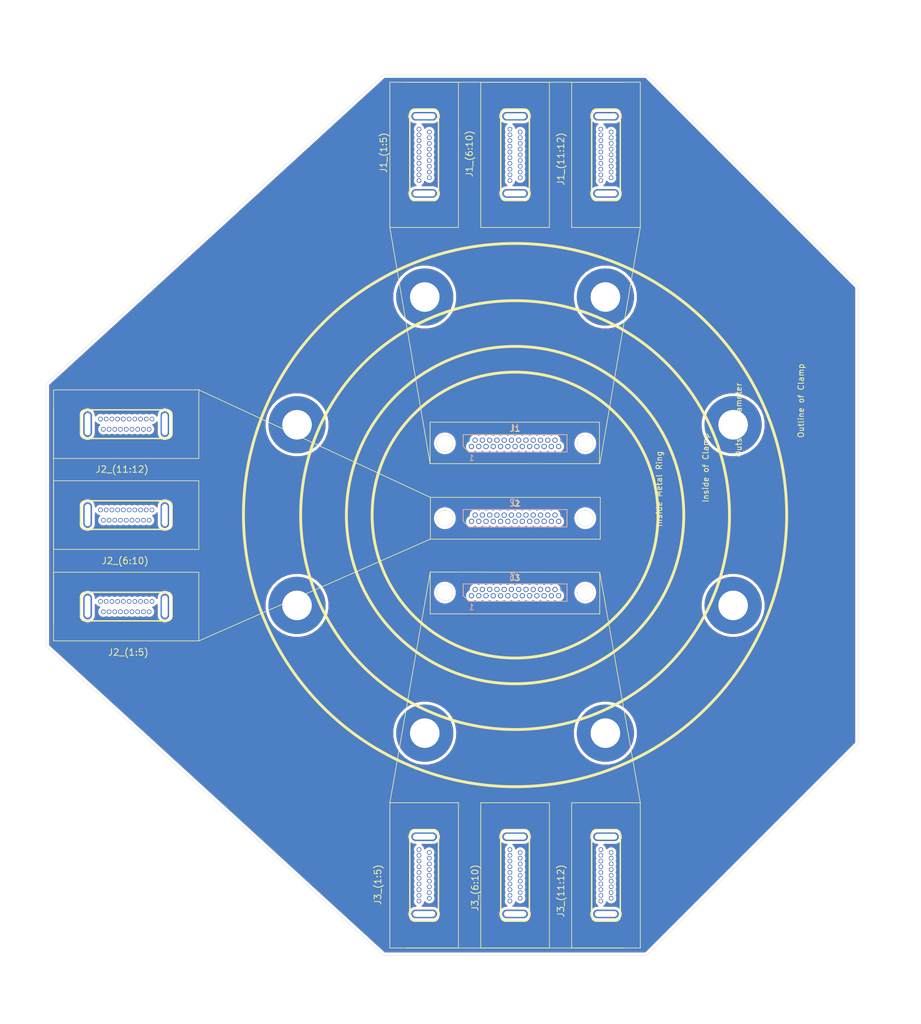
<source format=kicad_pcb>
(kicad_pcb (version 20171130) (host pcbnew "(5.1.9)-1")
  (layers (0 F.Cu signal hide) (1 In1.Cu signal) (2 In2.Cu signal) (31 B.Cu signal) (34 B.Paste user) (35 F.Paste user) (36 B.SilkS user) (37 F.SilkS user) (38 B.Mask user) (39 F.Mask user) (44 Edge.Cuts user))
  (net 0 "")
  (net 1 "Net-(J1-Pad19)")
  (net 2 "Net-(J1-Pad18)")
  (net 3 "Net-(J1-Pad17)")
  (net 4 "Net-(J1-Pad16)")
  (net 5 "Net-(J1-Pad15)")
  (net 6 "Net-(J1-Pad14)")
  (net 7 "Net-(J1-Pad13)")
  (net 8 "Net-(J1-Pad12)")
  (net 9 "Net-(J1-Pad11)")
  (net 10 "Net-(J1-Pad10)")
  (net 11 "Net-(J1-Pad9)")
  (net 12 "Net-(J1-Pad8)")
  (net 13 "Net-(J1-Pad7)")
  (net 14 "Net-(J1-Pad6)")
  (net 15 "Net-(J1-Pad5)")
  (net 16 "Net-(J1-Pad4)")
  (net 17 "Net-(J1-Pad3)")
  (net 18 "Net-(J1-Pad2)")
  (net 19 "Net-(J1-Pad1)")
  (net 20 "Net-(J2-Pad1)")
  (net 21 "Net-(J2-Pad2)")
  (net 22 "Net-(J2-Pad3)")
  (net 23 "Net-(J2-Pad4)")
  (net 24 "Net-(J2-Pad5)")
  (net 25 "Net-(J2-Pad6)")
  (net 26 "Net-(J2-Pad7)")
  (net 27 "Net-(J2-Pad8)")
  (net 28 "Net-(J2-Pad9)")
  (net 29 "Net-(J2-Pad10)")
  (net 30 "Net-(J2-Pad11)")
  (net 31 "Net-(J2-Pad12)")
  (net 32 "Net-(J2-Pad13)")
  (net 33 "Net-(J2-Pad14)")
  (net 34 "Net-(J2-Pad15)")
  (net 35 "Net-(J2-Pad16)")
  (net 36 "Net-(J2-Pad17)")
  (net 37 "Net-(J2-Pad18)")
  (net 38 "Net-(J2-Pad19)")
  (net 39 "Net-(J3-Pad1)")
  (net 40 "Net-(J3-Pad2)")
  (net 41 "Net-(J3-Pad3)")
  (net 42 "Net-(J3-Pad4)")
  (net 43 "Net-(J3-Pad5)")
  (net 44 "Net-(J3-Pad6)")
  (net 45 "Net-(J3-Pad7)")
  (net 46 "Net-(J3-Pad8)")
  (net 47 "Net-(J3-Pad9)")
  (net 48 "Net-(J3-Pad10)")
  (net 49 "Net-(J3-Pad11)")
  (net 50 "Net-(J3-Pad12)")
  (net 51 "Net-(J3-Pad13)")
  (net 52 "Net-(J3-Pad14)")
  (net 53 "Net-(J3-Pad15)")
  (net 54 "Net-(J3-Pad16)")
  (net 55 "Net-(J3-Pad17)")
  (net 56 "Net-(J3-Pad18)")
  (net 57 "Net-(J3-Pad19)")
  (net 58 "Net-(J4-Pad13)")
  (net 59 "Net-(J5-Pad1)")
  (net 60 "Net-(J5-Pad2)")
  (net 61 "Net-(J5-Pad3)")
  (net 62 "Net-(J5-Pad4)")
  (net 63 "Net-(J5-Pad5)")
  (net 64 "Net-(J5-Pad6)")
  (net 65 "Net-(J5-Pad7)")
  (net 66 "Net-(J5-Pad8)")
  (net 67 "Net-(J5-Pad9)")
  (net 68 "Net-(J5-Pad10)")
  (net 69 "Net-(J5-Pad11)")
  (net 70 "Net-(J5-Pad12)")
  (net 71 "Net-(J5-Pad13)")
  (net 72 "Net-(J5-Pad14)")
  (net 73 "Net-(J5-Pad15)")
  (net 74 "Net-(J5-Pad16)")
  (net 75 "Net-(J5-Pad17)")
  (net 76 "Net-(J5-Pad18)")
  (net 77 "Net-(J5-Pad19)")
  (net 78 "Net-(J6-Pad19)")
  (net 79 "Net-(J6-Pad18)")
  (net 80 "Net-(J6-Pad17)")
  (net 81 "Net-(J6-Pad16)")
  (net 82 "Net-(J6-Pad15)")
  (net 83 "Net-(J6-Pad14)")
  (net 84 "Net-(J6-Pad13)")
  (net 85 "Net-(J6-Pad12)")
  (net 86 "Net-(J6-Pad11)")
  (net 87 "Net-(J6-Pad10)")
  (net 88 "Net-(J6-Pad9)")
  (net 89 "Net-(J6-Pad8)")
  (net 90 "Net-(J6-Pad7)")
  (net 91 "Net-(J6-Pad6)")
  (net 92 "Net-(J6-Pad5)")
  (net 93 "Net-(J6-Pad4)")
  (net 94 "Net-(J6-Pad3)")
  (net 95 "Net-(J6-Pad2)")
  (net 96 "Net-(J6-Pad1)")
  (net 97 "Net-(J7-Pad19)")
  (net 98 "Net-(J7-Pad18)")
  (net 99 "Net-(J7-Pad17)")
  (net 100 "Net-(J7-Pad16)")
  (net 101 "Net-(J7-Pad15)")
  (net 102 "Net-(J7-Pad14)")
  (net 103 "Net-(J7-Pad13)")
  (net 104 "Net-(J7-Pad12)")
  (net 105 "Net-(J7-Pad11)")
  (net 106 "Net-(J7-Pad10)")
  (net 107 "Net-(J7-Pad9)")
  (net 108 "Net-(J7-Pad8)")
  (net 109 "Net-(J7-Pad7)")
  (net 110 "Net-(J7-Pad6)")
  (net 111 "Net-(J7-Pad5)")
  (net 112 "Net-(J7-Pad4)")
  (net 113 "Net-(J7-Pad3)")
  (net 114 "Net-(J7-Pad2)")
  (net 115 "Net-(J7-Pad1)")
  (net 116 "Net-(J8-Pad13)")
  (net 117 "Net-(J12-Pad23)")
  (net 118 "Net-(J9-Pad18)")
  (net 119 "Net-(J9-Pad17)")
  (net 120 "Net-(J9-Pad16)")
  (net 121 "Net-(J9-Pad15)")
  (net 122 "Net-(J12-Pad10)")
  (net 123 "Net-(J9-Pad13)")
  (net 124 "Net-(J12-Pad22)")
  (net 125 "Net-(J9-Pad11)")
  (net 126 "Net-(J12-Pad9)")
  (net 127 "Net-(J12-Pad21)")
  (net 128 "Net-(J9-Pad8)")
  (net 129 "Net-(J12-Pad8)")
  (net 130 "Net-(J12-Pad20)")
  (net 131 "Net-(J9-Pad5)")
  (net 132 "Net-(J12-Pad7)")
  (net 133 "Net-(J12-Pad19)")
  (net 134 "Net-(J9-Pad2)")
  (net 135 "Net-(J12-Pad6)")
  (net 136 "Net-(J10-Pad1)")
  (net 137 "Net-(J10-Pad2)")
  (net 138 "Net-(J10-Pad3)")
  (net 139 "Net-(J10-Pad4)")
  (net 140 "Net-(J10-Pad5)")
  (net 141 "Net-(J10-Pad6)")
  (net 142 "Net-(J10-Pad7)")
  (net 143 "Net-(J10-Pad8)")
  (net 144 "Net-(J10-Pad9)")
  (net 145 "Net-(J10-Pad10)")
  (net 146 "Net-(J10-Pad11)")
  (net 147 "Net-(J10-Pad12)")
  (net 148 "Net-(J10-Pad13)")
  (net 149 "Net-(J10-Pad14)")
  (net 150 "Net-(J10-Pad15)")
  (net 151 "Net-(J10-Pad16)")
  (net 152 "Net-(J10-Pad17)")
  (net 153 "Net-(J10-Pad18)")
  (net 154 "Net-(J10-Pad19)")
  (net 155 "Net-(J11-Pad1)")
  (net 156 "Net-(J11-Pad2)")
  (net 157 "Net-(J11-Pad3)")
  (net 158 "Net-(J11-Pad4)")
  (net 159 "Net-(J11-Pad5)")
  (net 160 "Net-(J11-Pad6)")
  (net 161 "Net-(J11-Pad7)")
  (net 162 "Net-(J11-Pad8)")
  (net 163 "Net-(J11-Pad9)")
  (net 164 "Net-(J11-Pad10)")
  (net 165 "Net-(J11-Pad11)")
  (net 166 "Net-(J11-Pad12)")
  (net 167 "Net-(J11-Pad13)")
  (net 168 "Net-(J11-Pad14)")
  (net 169 "Net-(J11-Pad15)")
  (net 170 "Net-(J11-Pad16)")
  (net 171 "Net-(J11-Pad17)")
  (net 172 "Net-(J11-Pad18)")
  (net 173 "Net-(J11-Pad19)")
  (net 174 "Net-(J12-Pad13)")
  (net 175 "Net-(J13-Pad1)")
  (module Connector:KF50_Print (layer F.Cu) (at 0 0)
    (fp_text reference J2 (at 0 -2) (layer F.SilkS))
    (fp_text value Conn_01x08)
    (fp_text user "Inside Metal Ring" (at 25.2 -4.57 90) (layer F.SilkS))
    (fp_text user "Outside Diameter" (at 39.11 -16.65 90) (layer F.SilkS))
    (fp_text user "Inside of Clamp" (at 33.34 -8.28 90) (layer F.SilkS))
    (fp_text user "Outline of Clamp" (at 50 -20 90) (layer F.SilkS))
    (pad 1 thru_hole circle (at 15.795259 38.133128 45) (size 10 10) (drill 5.17) (layers *.Cu *.Mask) (net 175 "Net-(J13-Pad1)"))
    (pad 2 thru_hole circle (at 38.133128 15.795259 45) (size 10 10) (drill 5.17) (layers *.Cu *.Mask) (net 175 "Net-(J13-Pad1)"))
    (pad 3 thru_hole circle (at 38.133128 -15.795259 45) (size 10 10) (drill 5.17) (layers *.Cu *.Mask) (net 175 "Net-(J13-Pad1)"))
    (pad 4 thru_hole circle (at 15.795259 -38.133128 45) (size 10 10) (drill 5.17) (layers *.Cu *.Mask) (net 175 "Net-(J13-Pad1)"))
    (pad 5 thru_hole circle (at -15.795259 -38.133128 45) (size 10 10) (drill 5.17) (layers *.Cu *.Mask) (net 175 "Net-(J13-Pad1)"))
    (pad 6 thru_hole circle (at -38.133128 -15.795259 45) (size 10 10) (drill 5.17) (layers *.Cu *.Mask) (net 175 "Net-(J13-Pad1)"))
    (pad 7 thru_hole circle (at -38.133128 15.795259 45) (size 10 10) (drill 5.17) (layers *.Cu *.Mask) (net 175 "Net-(J13-Pad1)"))
    (pad 8 thru_hole circle (at -15.795259 38.133128 45) (size 10 10) (drill 5.17) (layers *.Cu *.Mask) (net 175 "Net-(J13-Pad1)"))
  )
  (module Connector:HDMI-Vertical-Male-JLBPCB (layer F.Cu) (at 0 -63 270)
    (fp_text reference "J1_(6:10)" (at 4 8 90) (layer F.SilkS) (effects (font (size 1.143 1.143) (thickness 0.152)) (justify left)))
    (fp_text value HDMI_A_1.4 hide)
    (pad 0 thru_hole oval (at -6.75 0 270) (size 1.5 4.5) (drill oval 1 3.9) (layers *.Cu *.Mask))
    (pad 0 thru_hole oval (at 6.75 0 270) (size 1.5 4.5) (drill oval 1 3.9) (layers *.Cu *.Mask))
    (pad 19 thru_hole circle (at -4.5 0.9 270) (size 0.8 0.8) (drill 0.55) (layers *.Cu *.Mask) (net 1 "Net-(J1-Pad19)"))
    (pad 18 thru_hole circle (at -4 -0.9 270) (size 0.8 0.8) (drill 0.55) (layers *.Cu *.Mask) (net 2 "Net-(J1-Pad18)"))
    (pad 17 thru_hole circle (at -3.5 0.9 270) (size 0.8 0.8) (drill 0.55) (layers *.Cu *.Mask) (net 3 "Net-(J1-Pad17)"))
    (pad 16 thru_hole circle (at -3 -0.9 270) (size 0.8 0.8) (drill 0.55) (layers *.Cu *.Mask) (net 4 "Net-(J1-Pad16)"))
    (pad 15 thru_hole circle (at -2.5 0.9 270) (size 0.8 0.8) (drill 0.55) (layers *.Cu *.Mask) (net 5 "Net-(J1-Pad15)"))
    (pad 14 thru_hole circle (at -2 -0.9 270) (size 0.8 0.8) (drill 0.55) (layers *.Cu *.Mask) (net 6 "Net-(J1-Pad14)"))
    (pad 13 thru_hole circle (at -1.5 0.9 270) (size 0.8 0.8) (drill 0.55) (layers *.Cu *.Mask) (net 7 "Net-(J1-Pad13)"))
    (pad 12 thru_hole circle (at -1 -0.9 270) (size 0.8 0.8) (drill 0.55) (layers *.Cu *.Mask) (net 8 "Net-(J1-Pad12)"))
    (pad 11 thru_hole circle (at -0.5 0.9 270) (size 0.8 0.8) (drill 0.55) (layers *.Cu *.Mask) (net 9 "Net-(J1-Pad11)"))
    (pad 10 thru_hole circle (at 0 -0.9 270) (size 0.8 0.8) (drill 0.55) (layers *.Cu *.Mask) (net 10 "Net-(J1-Pad10)"))
    (pad 9 thru_hole circle (at 0.5 0.9 270) (size 0.8 0.8) (drill 0.55) (layers *.Cu *.Mask) (net 11 "Net-(J1-Pad9)"))
    (pad 8 thru_hole circle (at 1 -0.9 270) (size 0.8 0.8) (drill 0.55) (layers *.Cu *.Mask) (net 12 "Net-(J1-Pad8)"))
    (pad 7 thru_hole circle (at 1.5 0.9 270) (size 0.8 0.8) (drill 0.55) (layers *.Cu *.Mask) (net 13 "Net-(J1-Pad7)"))
    (pad 6 thru_hole circle (at 2 -0.9 270) (size 0.8 0.8) (drill 0.55) (layers *.Cu *.Mask) (net 14 "Net-(J1-Pad6)"))
    (pad 5 thru_hole circle (at 2.5 0.9 270) (size 0.8 0.8) (drill 0.55) (layers *.Cu *.Mask) (net 15 "Net-(J1-Pad5)"))
    (pad 4 thru_hole circle (at 3 -0.9 270) (size 0.8 0.8) (drill 0.55) (layers *.Cu *.Mask) (net 16 "Net-(J1-Pad4)"))
    (pad 3 thru_hole circle (at 3.5 0.9 270) (size 0.8 0.8) (drill 0.55) (layers *.Cu *.Mask) (net 17 "Net-(J1-Pad3)"))
    (pad 2 thru_hole circle (at 4 -0.9 270) (size 0.8 0.8) (drill 0.55) (layers *.Cu *.Mask) (net 18 "Net-(J1-Pad2)"))
    (pad 1 thru_hole circle (at 4.5 0.9 270) (size 0.8 0.8) (drill 0.55) (layers *.Cu *.Mask) (net 19 "Net-(J1-Pad1)"))
  )
  (module Connector:Norcomp-380-025-113L001-microd_NoLeads (layer B.Cu) (at 0 -12.55)
    (fp_text reference J1 (at 0 -2.71) (layer B.SilkS) (effects (font (size 1.2 1.2)) (justify mirror)))
    (fp_text value DB25_Male)
    (fp_text user J1 (at 0 -2.55) (layer F.SilkS))
    (fp_text user 1 (at -7.62 2.54) (layer B.SilkS) (effects (justify mirror)))
    (pad 27 thru_hole oval (at -12.275 0) (size 2.81 2.81) (drill 2.81) (layers *.Cu *.Mask))
    (pad 26 thru_hole oval (at 12.275 0) (size 2.81 2.81) (drill 2.81) (layers *.Cu *.Mask))
    (pad 13 thru_hole oval (at 7.62 0.55) (size 0.92 0.92) (drill 0.61) (layers *.Cu *.Mask) (net 58 "Net-(J4-Pad13)"))
    (pad 25 thru_hole oval (at 6.985 -0.55) (size 0.92 0.92) (drill 0.61) (layers *.Cu *.Mask) (net 44 "Net-(J3-Pad6)"))
    (pad 12 thru_hole oval (at 6.35 0.55) (size 0.92 0.92) (drill 0.61) (layers *.Cu *.Mask) (net 42 "Net-(J3-Pad4)"))
    (pad 24 thru_hole oval (at 5.715 -0.55) (size 0.92 0.92) (drill 0.61) (layers *.Cu *.Mask) (net 41 "Net-(J3-Pad3)"))
    (pad 11 thru_hole oval (at 5.08 0.55) (size 0.92 0.92) (drill 0.61) (layers *.Cu *.Mask) (net 39 "Net-(J3-Pad1)"))
    (pad 23 thru_hole oval (at 4.445 -0.55) (size 0.92 0.92) (drill 0.61) (layers *.Cu *.Mask) (net 1 "Net-(J1-Pad19)"))
    (pad 10 thru_hole oval (at 3.81 0.55) (size 0.92 0.92) (drill 0.61) (layers *.Cu *.Mask) (net 6 "Net-(J1-Pad14)"))
    (pad 22 thru_hole oval (at 3.175 -0.55) (size 0.92 0.92) (drill 0.61) (layers *.Cu *.Mask) (net 8 "Net-(J1-Pad12)"))
    (pad 9 thru_hole oval (at 2.54 0.55) (size 0.92 0.92) (drill 0.61) (layers *.Cu *.Mask) (net 10 "Net-(J1-Pad10)"))
    (pad 21 thru_hole oval (at 1.905 -0.55) (size 0.92 0.92) (drill 0.61) (layers *.Cu *.Mask) (net 11 "Net-(J1-Pad9)"))
    (pad 8 thru_hole oval (at 1.27 0.55) (size 0.92 0.92) (drill 0.61) (layers *.Cu *.Mask) (net 13 "Net-(J1-Pad7)"))
    (pad 20 thru_hole oval (at 0.635 -0.55) (size 0.92 0.92) (drill 0.61) (layers *.Cu *.Mask) (net 14 "Net-(J1-Pad6)"))
    (pad 7 thru_hole oval (at 0 0.55) (size 0.92 0.92) (drill 0.61) (layers *.Cu *.Mask) (net 16 "Net-(J1-Pad4)"))
    (pad 19 thru_hole oval (at -0.635 -0.55) (size 0.92 0.92) (drill 0.61) (layers *.Cu *.Mask) (net 17 "Net-(J1-Pad3)"))
    (pad 6 thru_hole oval (at -1.27 0.55) (size 0.92 0.92) (drill 0.61) (layers *.Cu *.Mask) (net 19 "Net-(J1-Pad1)"))
    (pad 18 thru_hole oval (at -1.905 -0.55) (size 0.92 0.92) (drill 0.61) (layers *.Cu *.Mask) (net 38 "Net-(J2-Pad19)"))
    (pad 5 thru_hole oval (at -2.54 0.55) (size 0.92 0.92) (drill 0.61) (layers *.Cu *.Mask) (net 33 "Net-(J2-Pad14)"))
    (pad 17 thru_hole oval (at -3.175 -0.55) (size 0.92 0.92) (drill 0.61) (layers *.Cu *.Mask) (net 31 "Net-(J2-Pad12)"))
    (pad 4 thru_hole oval (at -3.81 0.55) (size 0.92 0.92) (drill 0.61) (layers *.Cu *.Mask) (net 29 "Net-(J2-Pad10)"))
    (pad 16 thru_hole oval (at -4.445 -0.55) (size 0.92 0.92) (drill 0.61) (layers *.Cu *.Mask) (net 28 "Net-(J2-Pad9)"))
    (pad 3 thru_hole oval (at -5.08 0.55) (size 0.92 0.92) (drill 0.61) (layers *.Cu *.Mask) (net 26 "Net-(J2-Pad7)"))
    (pad 15 thru_hole oval (at -5.715 -0.55) (size 0.92 0.92) (drill 0.61) (layers *.Cu *.Mask) (net 25 "Net-(J2-Pad6)"))
    (pad 2 thru_hole oval (at -6.35 0.55) (size 0.92 0.92) (drill 0.61) (layers *.Cu *.Mask) (net 23 "Net-(J2-Pad4)"))
    (pad 14 thru_hole oval (at -6.985 -0.55) (size 0.92 0.92) (drill 0.61) (layers *.Cu *.Mask) (net 22 "Net-(J2-Pad3)"))
    (pad 1 thru_hole oval (at -7.62 0.55) (size 0.92 0.92) (drill 0.61) (layers *.Cu *.Mask) (net 20 "Net-(J2-Pad1)"))
  )
  (module Connector:HDMI-Vertical-Male-JLBPCB (layer F.Cu) (at 0 63 270)
    (fp_text reference "J3_(6:10)" (at -2 7 90) (layer F.SilkS) (effects (font (size 1.143 1.143) (thickness 0.152)) (justify right)))
    (fp_text value HDMI_A_1.4 hide)
    (pad 0 thru_hole oval (at -6.75 0 270) (size 1.5 4.5) (drill oval 1 3.9) (layers *.Cu *.Mask))
    (pad 0 thru_hole oval (at 6.75 0 270) (size 1.5 4.5) (drill oval 1 3.9) (layers *.Cu *.Mask))
    (pad 19 thru_hole circle (at -4.5 0.9 270) (size 0.8 0.8) (drill 0.55) (layers *.Cu *.Mask) (net 117 "Net-(J12-Pad23)"))
    (pad 18 thru_hole circle (at -4 -0.9 270) (size 0.8 0.8) (drill 0.55) (layers *.Cu *.Mask) (net 118 "Net-(J9-Pad18)"))
    (pad 17 thru_hole circle (at -3.5 0.9 270) (size 0.8 0.8) (drill 0.55) (layers *.Cu *.Mask) (net 119 "Net-(J9-Pad17)"))
    (pad 16 thru_hole circle (at -3 -0.9 270) (size 0.8 0.8) (drill 0.55) (layers *.Cu *.Mask) (net 120 "Net-(J9-Pad16)"))
    (pad 15 thru_hole circle (at -2.5 0.9 270) (size 0.8 0.8) (drill 0.55) (layers *.Cu *.Mask) (net 121 "Net-(J9-Pad15)"))
    (pad 14 thru_hole circle (at -2 -0.9 270) (size 0.8 0.8) (drill 0.55) (layers *.Cu *.Mask) (net 122 "Net-(J12-Pad10)"))
    (pad 13 thru_hole circle (at -1.5 0.9 270) (size 0.8 0.8) (drill 0.55) (layers *.Cu *.Mask) (net 123 "Net-(J9-Pad13)"))
    (pad 12 thru_hole circle (at -1 -0.9 270) (size 0.8 0.8) (drill 0.55) (layers *.Cu *.Mask) (net 124 "Net-(J12-Pad22)"))
    (pad 11 thru_hole circle (at -0.5 0.9 270) (size 0.8 0.8) (drill 0.55) (layers *.Cu *.Mask) (net 125 "Net-(J9-Pad11)"))
    (pad 10 thru_hole circle (at 0 -0.9 270) (size 0.8 0.8) (drill 0.55) (layers *.Cu *.Mask) (net 126 "Net-(J12-Pad9)"))
    (pad 9 thru_hole circle (at 0.5 0.9 270) (size 0.8 0.8) (drill 0.55) (layers *.Cu *.Mask) (net 127 "Net-(J12-Pad21)"))
    (pad 8 thru_hole circle (at 1 -0.9 270) (size 0.8 0.8) (drill 0.55) (layers *.Cu *.Mask) (net 128 "Net-(J9-Pad8)"))
    (pad 7 thru_hole circle (at 1.5 0.9 270) (size 0.8 0.8) (drill 0.55) (layers *.Cu *.Mask) (net 129 "Net-(J12-Pad8)"))
    (pad 6 thru_hole circle (at 2 -0.9 270) (size 0.8 0.8) (drill 0.55) (layers *.Cu *.Mask) (net 130 "Net-(J12-Pad20)"))
    (pad 5 thru_hole circle (at 2.5 0.9 270) (size 0.8 0.8) (drill 0.55) (layers *.Cu *.Mask) (net 131 "Net-(J9-Pad5)"))
    (pad 4 thru_hole circle (at 3 -0.9 270) (size 0.8 0.8) (drill 0.55) (layers *.Cu *.Mask) (net 132 "Net-(J12-Pad7)"))
    (pad 3 thru_hole circle (at 3.5 0.9 270) (size 0.8 0.8) (drill 0.55) (layers *.Cu *.Mask) (net 133 "Net-(J12-Pad19)"))
    (pad 2 thru_hole circle (at 4 -0.9 270) (size 0.8 0.8) (drill 0.55) (layers *.Cu *.Mask) (net 134 "Net-(J9-Pad2)"))
    (pad 1 thru_hole circle (at 4.5 0.9 270) (size 0.8 0.8) (drill 0.55) (layers *.Cu *.Mask) (net 135 "Net-(J12-Pad6)"))
  )
  (module Connector:HDMI-Vertical-Male-JLBPCB (layer F.Cu) (at 15.9 63 270)
    (fp_text reference "J3_(11:12)" (at -2 7.9 90) (layer F.SilkS) (effects (font (size 1.143 1.143) (thickness 0.152)) (justify right)))
    (fp_text value HDMI_A_1.4 hide)
    (pad 0 thru_hole oval (at -6.75 0 270) (size 1.5 4.5) (drill oval 1 3.9) (layers *.Cu *.Mask))
    (pad 0 thru_hole oval (at 6.75 0 270) (size 1.5 4.5) (drill oval 1 3.9) (layers *.Cu *.Mask))
    (pad 19 thru_hole circle (at -4.5 0.9 270) (size 0.8 0.8) (drill 0.55) (layers *.Cu *.Mask) (net 173 "Net-(J11-Pad19)"))
    (pad 18 thru_hole circle (at -4 -0.9 270) (size 0.8 0.8) (drill 0.55) (layers *.Cu *.Mask) (net 172 "Net-(J11-Pad18)"))
    (pad 17 thru_hole circle (at -3.5 0.9 270) (size 0.8 0.8) (drill 0.55) (layers *.Cu *.Mask) (net 171 "Net-(J11-Pad17)"))
    (pad 16 thru_hole circle (at -3 -0.9 270) (size 0.8 0.8) (drill 0.55) (layers *.Cu *.Mask) (net 170 "Net-(J11-Pad16)"))
    (pad 15 thru_hole circle (at -2.5 0.9 270) (size 0.8 0.8) (drill 0.55) (layers *.Cu *.Mask) (net 169 "Net-(J11-Pad15)"))
    (pad 14 thru_hole circle (at -2 -0.9 270) (size 0.8 0.8) (drill 0.55) (layers *.Cu *.Mask) (net 168 "Net-(J11-Pad14)"))
    (pad 13 thru_hole circle (at -1.5 0.9 270) (size 0.8 0.8) (drill 0.55) (layers *.Cu *.Mask) (net 167 "Net-(J11-Pad13)"))
    (pad 12 thru_hole circle (at -1 -0.9 270) (size 0.8 0.8) (drill 0.55) (layers *.Cu *.Mask) (net 166 "Net-(J11-Pad12)"))
    (pad 11 thru_hole circle (at -0.5 0.9 270) (size 0.8 0.8) (drill 0.55) (layers *.Cu *.Mask) (net 165 "Net-(J11-Pad11)"))
    (pad 10 thru_hole circle (at 0 -0.9 270) (size 0.8 0.8) (drill 0.55) (layers *.Cu *.Mask) (net 164 "Net-(J11-Pad10)"))
    (pad 9 thru_hole circle (at 0.5 0.9 270) (size 0.8 0.8) (drill 0.55) (layers *.Cu *.Mask) (net 163 "Net-(J11-Pad9)"))
    (pad 8 thru_hole circle (at 1 -0.9 270) (size 0.8 0.8) (drill 0.55) (layers *.Cu *.Mask) (net 162 "Net-(J11-Pad8)"))
    (pad 7 thru_hole circle (at 1.5 0.9 270) (size 0.8 0.8) (drill 0.55) (layers *.Cu *.Mask) (net 161 "Net-(J11-Pad7)"))
    (pad 6 thru_hole circle (at 2 -0.9 270) (size 0.8 0.8) (drill 0.55) (layers *.Cu *.Mask) (net 160 "Net-(J11-Pad6)"))
    (pad 5 thru_hole circle (at 2.5 0.9 270) (size 0.8 0.8) (drill 0.55) (layers *.Cu *.Mask) (net 159 "Net-(J11-Pad5)"))
    (pad 4 thru_hole circle (at 3 -0.9 270) (size 0.8 0.8) (drill 0.55) (layers *.Cu *.Mask) (net 158 "Net-(J11-Pad4)"))
    (pad 3 thru_hole circle (at 3.5 0.9 270) (size 0.8 0.8) (drill 0.55) (layers *.Cu *.Mask) (net 157 "Net-(J11-Pad3)"))
    (pad 2 thru_hole circle (at 4 -0.9 270) (size 0.8 0.8) (drill 0.55) (layers *.Cu *.Mask) (net 156 "Net-(J11-Pad2)"))
    (pad 1 thru_hole circle (at 4.5 0.9 270) (size 0.8 0.8) (drill 0.55) (layers *.Cu *.Mask) (net 155 "Net-(J11-Pad1)"))
  )
  (module Connector:HDMI-Vertical-Male-JLBPCB (layer F.Cu) (at -15.9 -63 270)
    (fp_text reference "J1_(1:5)" (at -4 7.1 90) (layer F.SilkS) (effects (font (size 1.143 1.143) (thickness 0.152)) (justify right)))
    (fp_text value HDMI_A_1.4 hide)
    (pad 0 thru_hole oval (at -6.75 0 270) (size 1.5 4.5) (drill oval 1 3.9) (layers *.Cu *.Mask))
    (pad 0 thru_hole oval (at 6.75 0 270) (size 1.5 4.5) (drill oval 1 3.9) (layers *.Cu *.Mask))
    (pad 19 thru_hole circle (at -4.5 0.9 270) (size 0.8 0.8) (drill 0.55) (layers *.Cu *.Mask) (net 38 "Net-(J2-Pad19)"))
    (pad 18 thru_hole circle (at -4 -0.9 270) (size 0.8 0.8) (drill 0.55) (layers *.Cu *.Mask) (net 37 "Net-(J2-Pad18)"))
    (pad 17 thru_hole circle (at -3.5 0.9 270) (size 0.8 0.8) (drill 0.55) (layers *.Cu *.Mask) (net 36 "Net-(J2-Pad17)"))
    (pad 16 thru_hole circle (at -3 -0.9 270) (size 0.8 0.8) (drill 0.55) (layers *.Cu *.Mask) (net 35 "Net-(J2-Pad16)"))
    (pad 15 thru_hole circle (at -2.5 0.9 270) (size 0.8 0.8) (drill 0.55) (layers *.Cu *.Mask) (net 34 "Net-(J2-Pad15)"))
    (pad 14 thru_hole circle (at -2 -0.9 270) (size 0.8 0.8) (drill 0.55) (layers *.Cu *.Mask) (net 33 "Net-(J2-Pad14)"))
    (pad 13 thru_hole circle (at -1.5 0.9 270) (size 0.8 0.8) (drill 0.55) (layers *.Cu *.Mask) (net 32 "Net-(J2-Pad13)"))
    (pad 12 thru_hole circle (at -1 -0.9 270) (size 0.8 0.8) (drill 0.55) (layers *.Cu *.Mask) (net 31 "Net-(J2-Pad12)"))
    (pad 11 thru_hole circle (at -0.5 0.9 270) (size 0.8 0.8) (drill 0.55) (layers *.Cu *.Mask) (net 30 "Net-(J2-Pad11)"))
    (pad 10 thru_hole circle (at 0 -0.9 270) (size 0.8 0.8) (drill 0.55) (layers *.Cu *.Mask) (net 29 "Net-(J2-Pad10)"))
    (pad 9 thru_hole circle (at 0.5 0.9 270) (size 0.8 0.8) (drill 0.55) (layers *.Cu *.Mask) (net 28 "Net-(J2-Pad9)"))
    (pad 8 thru_hole circle (at 1 -0.9 270) (size 0.8 0.8) (drill 0.55) (layers *.Cu *.Mask) (net 27 "Net-(J2-Pad8)"))
    (pad 7 thru_hole circle (at 1.5 0.9 270) (size 0.8 0.8) (drill 0.55) (layers *.Cu *.Mask) (net 26 "Net-(J2-Pad7)"))
    (pad 6 thru_hole circle (at 2 -0.9 270) (size 0.8 0.8) (drill 0.55) (layers *.Cu *.Mask) (net 25 "Net-(J2-Pad6)"))
    (pad 5 thru_hole circle (at 2.5 0.9 270) (size 0.8 0.8) (drill 0.55) (layers *.Cu *.Mask) (net 24 "Net-(J2-Pad5)"))
    (pad 4 thru_hole circle (at 3 -0.9 270) (size 0.8 0.8) (drill 0.55) (layers *.Cu *.Mask) (net 23 "Net-(J2-Pad4)"))
    (pad 3 thru_hole circle (at 3.5 0.9 270) (size 0.8 0.8) (drill 0.55) (layers *.Cu *.Mask) (net 22 "Net-(J2-Pad3)"))
    (pad 2 thru_hole circle (at 4 -0.9 270) (size 0.8 0.8) (drill 0.55) (layers *.Cu *.Mask) (net 21 "Net-(J2-Pad2)"))
    (pad 1 thru_hole circle (at 4.5 0.9 270) (size 0.8 0.8) (drill 0.55) (layers *.Cu *.Mask) (net 20 "Net-(J2-Pad1)"))
  )
  (module Connector:HDMI-Vertical-Male-JLBPCB (layer F.Cu) (at 15.9 -63 270)
    (fp_text reference "J1_(11:12)" (at -4 7.9 90) (layer F.SilkS) (effects (font (size 1.143 1.143) (thickness 0.152)) (justify right)))
    (fp_text value HDMI_A_1.4 hide)
    (pad 0 thru_hole oval (at -6.75 0 270) (size 1.5 4.5) (drill oval 1 3.9) (layers *.Cu *.Mask))
    (pad 0 thru_hole oval (at 6.75 0 270) (size 1.5 4.5) (drill oval 1 3.9) (layers *.Cu *.Mask))
    (pad 19 thru_hole circle (at -4.5 0.9 270) (size 0.8 0.8) (drill 0.55) (layers *.Cu *.Mask) (net 57 "Net-(J3-Pad19)"))
    (pad 18 thru_hole circle (at -4 -0.9 270) (size 0.8 0.8) (drill 0.55) (layers *.Cu *.Mask) (net 56 "Net-(J3-Pad18)"))
    (pad 17 thru_hole circle (at -3.5 0.9 270) (size 0.8 0.8) (drill 0.55) (layers *.Cu *.Mask) (net 55 "Net-(J3-Pad17)"))
    (pad 16 thru_hole circle (at -3 -0.9 270) (size 0.8 0.8) (drill 0.55) (layers *.Cu *.Mask) (net 54 "Net-(J3-Pad16)"))
    (pad 15 thru_hole circle (at -2.5 0.9 270) (size 0.8 0.8) (drill 0.55) (layers *.Cu *.Mask) (net 53 "Net-(J3-Pad15)"))
    (pad 14 thru_hole circle (at -2 -0.9 270) (size 0.8 0.8) (drill 0.55) (layers *.Cu *.Mask) (net 52 "Net-(J3-Pad14)"))
    (pad 13 thru_hole circle (at -1.5 0.9 270) (size 0.8 0.8) (drill 0.55) (layers *.Cu *.Mask) (net 51 "Net-(J3-Pad13)"))
    (pad 12 thru_hole circle (at -1 -0.9 270) (size 0.8 0.8) (drill 0.55) (layers *.Cu *.Mask) (net 50 "Net-(J3-Pad12)"))
    (pad 11 thru_hole circle (at -0.5 0.9 270) (size 0.8 0.8) (drill 0.55) (layers *.Cu *.Mask) (net 49 "Net-(J3-Pad11)"))
    (pad 10 thru_hole circle (at 0 -0.9 270) (size 0.8 0.8) (drill 0.55) (layers *.Cu *.Mask) (net 48 "Net-(J3-Pad10)"))
    (pad 9 thru_hole circle (at 0.5 0.9 270) (size 0.8 0.8) (drill 0.55) (layers *.Cu *.Mask) (net 47 "Net-(J3-Pad9)"))
    (pad 8 thru_hole circle (at 1 -0.9 270) (size 0.8 0.8) (drill 0.55) (layers *.Cu *.Mask) (net 46 "Net-(J3-Pad8)"))
    (pad 7 thru_hole circle (at 1.5 0.9 270) (size 0.8 0.8) (drill 0.55) (layers *.Cu *.Mask) (net 45 "Net-(J3-Pad7)"))
    (pad 6 thru_hole circle (at 2 -0.9 270) (size 0.8 0.8) (drill 0.55) (layers *.Cu *.Mask) (net 44 "Net-(J3-Pad6)"))
    (pad 5 thru_hole circle (at 2.5 0.9 270) (size 0.8 0.8) (drill 0.55) (layers *.Cu *.Mask) (net 43 "Net-(J3-Pad5)"))
    (pad 4 thru_hole circle (at 3 -0.9 270) (size 0.8 0.8) (drill 0.55) (layers *.Cu *.Mask) (net 42 "Net-(J3-Pad4)"))
    (pad 3 thru_hole circle (at 3.5 0.9 270) (size 0.8 0.8) (drill 0.55) (layers *.Cu *.Mask) (net 41 "Net-(J3-Pad3)"))
    (pad 2 thru_hole circle (at 4 -0.9 270) (size 0.8 0.8) (drill 0.55) (layers *.Cu *.Mask) (net 40 "Net-(J3-Pad2)"))
    (pad 1 thru_hole circle (at 4.5 0.9 270) (size 0.8 0.8) (drill 0.55) (layers *.Cu *.Mask) (net 39 "Net-(J3-Pad1)"))
  )
  (module Connector:HDMI-Vertical-Male-JLBPCB (layer F.Cu) (at -68 0 180)
    (fp_text reference "J2_(6:10)" (at -4 -8) (layer F.SilkS) (effects (font (size 1.143 1.143) (thickness 0.152)) (justify right)))
    (fp_text value HDMI_A_1.4 hide)
    (pad 0 thru_hole oval (at -6.75 0 180) (size 1.5 4.5) (drill oval 1 3.9) (layers *.Cu *.Mask))
    (pad 0 thru_hole oval (at 6.75 0 180) (size 1.5 4.5) (drill oval 1 3.9) (layers *.Cu *.Mask))
    (pad 19 thru_hole circle (at -4.5 0.9 180) (size 0.8 0.8) (drill 0.55) (layers *.Cu *.Mask) (net 77 "Net-(J5-Pad19)"))
    (pad 18 thru_hole circle (at -4 -0.9 180) (size 0.8 0.8) (drill 0.55) (layers *.Cu *.Mask) (net 76 "Net-(J5-Pad18)"))
    (pad 17 thru_hole circle (at -3.5 0.9 180) (size 0.8 0.8) (drill 0.55) (layers *.Cu *.Mask) (net 75 "Net-(J5-Pad17)"))
    (pad 16 thru_hole circle (at -3 -0.9 180) (size 0.8 0.8) (drill 0.55) (layers *.Cu *.Mask) (net 74 "Net-(J5-Pad16)"))
    (pad 15 thru_hole circle (at -2.5 0.9 180) (size 0.8 0.8) (drill 0.55) (layers *.Cu *.Mask) (net 73 "Net-(J5-Pad15)"))
    (pad 14 thru_hole circle (at -2 -0.9 180) (size 0.8 0.8) (drill 0.55) (layers *.Cu *.Mask) (net 72 "Net-(J5-Pad14)"))
    (pad 13 thru_hole circle (at -1.5 0.9 180) (size 0.8 0.8) (drill 0.55) (layers *.Cu *.Mask) (net 71 "Net-(J5-Pad13)"))
    (pad 12 thru_hole circle (at -1 -0.9 180) (size 0.8 0.8) (drill 0.55) (layers *.Cu *.Mask) (net 70 "Net-(J5-Pad12)"))
    (pad 11 thru_hole circle (at -0.5 0.9 180) (size 0.8 0.8) (drill 0.55) (layers *.Cu *.Mask) (net 69 "Net-(J5-Pad11)"))
    (pad 10 thru_hole circle (at 0 -0.9 180) (size 0.8 0.8) (drill 0.55) (layers *.Cu *.Mask) (net 68 "Net-(J5-Pad10)"))
    (pad 9 thru_hole circle (at 0.5 0.9 180) (size 0.8 0.8) (drill 0.55) (layers *.Cu *.Mask) (net 67 "Net-(J5-Pad9)"))
    (pad 8 thru_hole circle (at 1 -0.9 180) (size 0.8 0.8) (drill 0.55) (layers *.Cu *.Mask) (net 66 "Net-(J5-Pad8)"))
    (pad 7 thru_hole circle (at 1.5 0.9 180) (size 0.8 0.8) (drill 0.55) (layers *.Cu *.Mask) (net 65 "Net-(J5-Pad7)"))
    (pad 6 thru_hole circle (at 2 -0.9 180) (size 0.8 0.8) (drill 0.55) (layers *.Cu *.Mask) (net 64 "Net-(J5-Pad6)"))
    (pad 5 thru_hole circle (at 2.5 0.9 180) (size 0.8 0.8) (drill 0.55) (layers *.Cu *.Mask) (net 63 "Net-(J5-Pad5)"))
    (pad 4 thru_hole circle (at 3 -0.9 180) (size 0.8 0.8) (drill 0.55) (layers *.Cu *.Mask) (net 62 "Net-(J5-Pad4)"))
    (pad 3 thru_hole circle (at 3.5 0.9 180) (size 0.8 0.8) (drill 0.55) (layers *.Cu *.Mask) (net 61 "Net-(J5-Pad3)"))
    (pad 2 thru_hole circle (at 4 -0.9 180) (size 0.8 0.8) (drill 0.55) (layers *.Cu *.Mask) (net 60 "Net-(J5-Pad2)"))
    (pad 1 thru_hole circle (at 4.5 0.9 180) (size 0.8 0.8) (drill 0.55) (layers *.Cu *.Mask) (net 59 "Net-(J5-Pad1)"))
  )
  (module Connector:HDMI-Vertical-Male-JLBPCB (layer F.Cu) (at -68 16 180)
    (fp_text reference "J2_(1:5)" (at -4 -8) (layer F.SilkS) (effects (font (size 1.143 1.143) (thickness 0.152)) (justify right)))
    (fp_text value HDMI_A_1.4 hide)
    (pad 0 thru_hole oval (at -6.75 0 180) (size 1.5 4.5) (drill oval 1 3.9) (layers *.Cu *.Mask))
    (pad 0 thru_hole oval (at 6.75 0 180) (size 1.5 4.5) (drill oval 1 3.9) (layers *.Cu *.Mask))
    (pad 19 thru_hole circle (at -4.5 0.9 180) (size 0.8 0.8) (drill 0.55) (layers *.Cu *.Mask) (net 78 "Net-(J6-Pad19)"))
    (pad 18 thru_hole circle (at -4 -0.9 180) (size 0.8 0.8) (drill 0.55) (layers *.Cu *.Mask) (net 79 "Net-(J6-Pad18)"))
    (pad 17 thru_hole circle (at -3.5 0.9 180) (size 0.8 0.8) (drill 0.55) (layers *.Cu *.Mask) (net 80 "Net-(J6-Pad17)"))
    (pad 16 thru_hole circle (at -3 -0.9 180) (size 0.8 0.8) (drill 0.55) (layers *.Cu *.Mask) (net 81 "Net-(J6-Pad16)"))
    (pad 15 thru_hole circle (at -2.5 0.9 180) (size 0.8 0.8) (drill 0.55) (layers *.Cu *.Mask) (net 82 "Net-(J6-Pad15)"))
    (pad 14 thru_hole circle (at -2 -0.9 180) (size 0.8 0.8) (drill 0.55) (layers *.Cu *.Mask) (net 83 "Net-(J6-Pad14)"))
    (pad 13 thru_hole circle (at -1.5 0.9 180) (size 0.8 0.8) (drill 0.55) (layers *.Cu *.Mask) (net 84 "Net-(J6-Pad13)"))
    (pad 12 thru_hole circle (at -1 -0.9 180) (size 0.8 0.8) (drill 0.55) (layers *.Cu *.Mask) (net 85 "Net-(J6-Pad12)"))
    (pad 11 thru_hole circle (at -0.5 0.9 180) (size 0.8 0.8) (drill 0.55) (layers *.Cu *.Mask) (net 86 "Net-(J6-Pad11)"))
    (pad 10 thru_hole circle (at 0 -0.9 180) (size 0.8 0.8) (drill 0.55) (layers *.Cu *.Mask) (net 87 "Net-(J6-Pad10)"))
    (pad 9 thru_hole circle (at 0.5 0.9 180) (size 0.8 0.8) (drill 0.55) (layers *.Cu *.Mask) (net 88 "Net-(J6-Pad9)"))
    (pad 8 thru_hole circle (at 1 -0.9 180) (size 0.8 0.8) (drill 0.55) (layers *.Cu *.Mask) (net 89 "Net-(J6-Pad8)"))
    (pad 7 thru_hole circle (at 1.5 0.9 180) (size 0.8 0.8) (drill 0.55) (layers *.Cu *.Mask) (net 90 "Net-(J6-Pad7)"))
    (pad 6 thru_hole circle (at 2 -0.9 180) (size 0.8 0.8) (drill 0.55) (layers *.Cu *.Mask) (net 91 "Net-(J6-Pad6)"))
    (pad 5 thru_hole circle (at 2.5 0.9 180) (size 0.8 0.8) (drill 0.55) (layers *.Cu *.Mask) (net 92 "Net-(J6-Pad5)"))
    (pad 4 thru_hole circle (at 3 -0.9 180) (size 0.8 0.8) (drill 0.55) (layers *.Cu *.Mask) (net 93 "Net-(J6-Pad4)"))
    (pad 3 thru_hole circle (at 3.5 0.9 180) (size 0.8 0.8) (drill 0.55) (layers *.Cu *.Mask) (net 94 "Net-(J6-Pad3)"))
    (pad 2 thru_hole circle (at 4 -0.9 180) (size 0.8 0.8) (drill 0.55) (layers *.Cu *.Mask) (net 95 "Net-(J6-Pad2)"))
    (pad 1 thru_hole circle (at 4.5 0.9 180) (size 0.8 0.8) (drill 0.55) (layers *.Cu *.Mask) (net 96 "Net-(J6-Pad1)"))
  )
  (module Connector:HDMI-Vertical-Male-JLBPCB (layer F.Cu) (at -68 -15.9 180)
    (fp_text reference "J2_(11:12)" (at -4 -7.9) (layer F.SilkS) (effects (font (size 1.143 1.143) (thickness 0.152)) (justify right)))
    (fp_text value HDMI_A_1.4 hide)
    (pad 0 thru_hole oval (at -6.75 0 180) (size 1.5 4.5) (drill oval 1 3.9) (layers *.Cu *.Mask))
    (pad 0 thru_hole oval (at 6.75 0 180) (size 1.5 4.5) (drill oval 1 3.9) (layers *.Cu *.Mask))
    (pad 19 thru_hole circle (at -4.5 0.9 180) (size 0.8 0.8) (drill 0.55) (layers *.Cu *.Mask) (net 97 "Net-(J7-Pad19)"))
    (pad 18 thru_hole circle (at -4 -0.9 180) (size 0.8 0.8) (drill 0.55) (layers *.Cu *.Mask) (net 98 "Net-(J7-Pad18)"))
    (pad 17 thru_hole circle (at -3.5 0.9 180) (size 0.8 0.8) (drill 0.55) (layers *.Cu *.Mask) (net 99 "Net-(J7-Pad17)"))
    (pad 16 thru_hole circle (at -3 -0.9 180) (size 0.8 0.8) (drill 0.55) (layers *.Cu *.Mask) (net 100 "Net-(J7-Pad16)"))
    (pad 15 thru_hole circle (at -2.5 0.9 180) (size 0.8 0.8) (drill 0.55) (layers *.Cu *.Mask) (net 101 "Net-(J7-Pad15)"))
    (pad 14 thru_hole circle (at -2 -0.9 180) (size 0.8 0.8) (drill 0.55) (layers *.Cu *.Mask) (net 102 "Net-(J7-Pad14)"))
    (pad 13 thru_hole circle (at -1.5 0.9 180) (size 0.8 0.8) (drill 0.55) (layers *.Cu *.Mask) (net 103 "Net-(J7-Pad13)"))
    (pad 12 thru_hole circle (at -1 -0.9 180) (size 0.8 0.8) (drill 0.55) (layers *.Cu *.Mask) (net 104 "Net-(J7-Pad12)"))
    (pad 11 thru_hole circle (at -0.5 0.9 180) (size 0.8 0.8) (drill 0.55) (layers *.Cu *.Mask) (net 105 "Net-(J7-Pad11)"))
    (pad 10 thru_hole circle (at 0 -0.9 180) (size 0.8 0.8) (drill 0.55) (layers *.Cu *.Mask) (net 106 "Net-(J7-Pad10)"))
    (pad 9 thru_hole circle (at 0.5 0.9 180) (size 0.8 0.8) (drill 0.55) (layers *.Cu *.Mask) (net 107 "Net-(J7-Pad9)"))
    (pad 8 thru_hole circle (at 1 -0.9 180) (size 0.8 0.8) (drill 0.55) (layers *.Cu *.Mask) (net 108 "Net-(J7-Pad8)"))
    (pad 7 thru_hole circle (at 1.5 0.9 180) (size 0.8 0.8) (drill 0.55) (layers *.Cu *.Mask) (net 109 "Net-(J7-Pad7)"))
    (pad 6 thru_hole circle (at 2 -0.9 180) (size 0.8 0.8) (drill 0.55) (layers *.Cu *.Mask) (net 110 "Net-(J7-Pad6)"))
    (pad 5 thru_hole circle (at 2.5 0.9 180) (size 0.8 0.8) (drill 0.55) (layers *.Cu *.Mask) (net 111 "Net-(J7-Pad5)"))
    (pad 4 thru_hole circle (at 3 -0.9 180) (size 0.8 0.8) (drill 0.55) (layers *.Cu *.Mask) (net 112 "Net-(J7-Pad4)"))
    (pad 3 thru_hole circle (at 3.5 0.9 180) (size 0.8 0.8) (drill 0.55) (layers *.Cu *.Mask) (net 113 "Net-(J7-Pad3)"))
    (pad 2 thru_hole circle (at 4 -0.9 180) (size 0.8 0.8) (drill 0.55) (layers *.Cu *.Mask) (net 114 "Net-(J7-Pad2)"))
    (pad 1 thru_hole circle (at 4.5 0.9 180) (size 0.8 0.8) (drill 0.55) (layers *.Cu *.Mask) (net 115 "Net-(J7-Pad1)"))
  )
  (module Connector:Norcomp-380-025-113L001-microd_NoLeads (layer B.Cu) (at 0 0.55)
    (fp_text reference J2 (at 0 -2.71) (layer B.SilkS) (effects (font (size 1.2 1.2)) (justify mirror)))
    (fp_text value DB25_Male)
    (pad 27 thru_hole oval (at -12.275 0) (size 2.81 2.81) (drill 2.81) (layers *.Cu *.Mask))
    (pad 26 thru_hole oval (at 12.275 0) (size 2.81 2.81) (drill 2.81) (layers *.Cu *.Mask))
    (pad 13 thru_hole oval (at 7.62 0.55) (size 0.92 0.92) (drill 0.61) (layers *.Cu *.Mask) (net 116 "Net-(J8-Pad13)"))
    (pad 25 thru_hole oval (at 6.985 -0.55) (size 0.92 0.92) (drill 0.61) (layers *.Cu *.Mask) (net 110 "Net-(J7-Pad6)"))
    (pad 12 thru_hole oval (at 6.35 0.55) (size 0.92 0.92) (drill 0.61) (layers *.Cu *.Mask) (net 112 "Net-(J7-Pad4)"))
    (pad 24 thru_hole oval (at 5.715 -0.55) (size 0.92 0.92) (drill 0.61) (layers *.Cu *.Mask) (net 113 "Net-(J7-Pad3)"))
    (pad 11 thru_hole oval (at 5.08 0.55) (size 0.92 0.92) (drill 0.61) (layers *.Cu *.Mask) (net 115 "Net-(J7-Pad1)"))
    (pad 23 thru_hole oval (at 4.445 -0.55) (size 0.92 0.92) (drill 0.61) (layers *.Cu *.Mask) (net 77 "Net-(J5-Pad19)"))
    (pad 10 thru_hole oval (at 3.81 0.55) (size 0.92 0.92) (drill 0.61) (layers *.Cu *.Mask) (net 72 "Net-(J5-Pad14)"))
    (pad 22 thru_hole oval (at 3.175 -0.55) (size 0.92 0.92) (drill 0.61) (layers *.Cu *.Mask) (net 70 "Net-(J5-Pad12)"))
    (pad 9 thru_hole oval (at 2.54 0.55) (size 0.92 0.92) (drill 0.61) (layers *.Cu *.Mask) (net 68 "Net-(J5-Pad10)"))
    (pad 21 thru_hole oval (at 1.905 -0.55) (size 0.92 0.92) (drill 0.61) (layers *.Cu *.Mask) (net 67 "Net-(J5-Pad9)"))
    (pad 8 thru_hole oval (at 1.27 0.55) (size 0.92 0.92) (drill 0.61) (layers *.Cu *.Mask) (net 65 "Net-(J5-Pad7)"))
    (pad 20 thru_hole oval (at 0.635 -0.55) (size 0.92 0.92) (drill 0.61) (layers *.Cu *.Mask) (net 64 "Net-(J5-Pad6)"))
    (pad 7 thru_hole oval (at 0 0.55) (size 0.92 0.92) (drill 0.61) (layers *.Cu *.Mask) (net 62 "Net-(J5-Pad4)"))
    (pad 19 thru_hole oval (at -0.635 -0.55) (size 0.92 0.92) (drill 0.61) (layers *.Cu *.Mask) (net 61 "Net-(J5-Pad3)"))
    (pad 6 thru_hole oval (at -1.27 0.55) (size 0.92 0.92) (drill 0.61) (layers *.Cu *.Mask) (net 59 "Net-(J5-Pad1)"))
    (pad 18 thru_hole oval (at -1.905 -0.55) (size 0.92 0.92) (drill 0.61) (layers *.Cu *.Mask) (net 78 "Net-(J6-Pad19)"))
    (pad 5 thru_hole oval (at -2.54 0.55) (size 0.92 0.92) (drill 0.61) (layers *.Cu *.Mask) (net 83 "Net-(J6-Pad14)"))
    (pad 17 thru_hole oval (at -3.175 -0.55) (size 0.92 0.92) (drill 0.61) (layers *.Cu *.Mask) (net 85 "Net-(J6-Pad12)"))
    (pad 4 thru_hole oval (at -3.81 0.55) (size 0.92 0.92) (drill 0.61) (layers *.Cu *.Mask) (net 87 "Net-(J6-Pad10)"))
    (pad 16 thru_hole oval (at -4.445 -0.55) (size 0.92 0.92) (drill 0.61) (layers *.Cu *.Mask) (net 88 "Net-(J6-Pad9)"))
    (pad 3 thru_hole oval (at -5.08 0.55) (size 0.92 0.92) (drill 0.61) (layers *.Cu *.Mask) (net 90 "Net-(J6-Pad7)"))
    (pad 15 thru_hole oval (at -5.715 -0.55) (size 0.92 0.92) (drill 0.61) (layers *.Cu *.Mask) (net 91 "Net-(J6-Pad6)"))
    (pad 2 thru_hole oval (at -6.35 0.55) (size 0.92 0.92) (drill 0.61) (layers *.Cu *.Mask) (net 93 "Net-(J6-Pad4)"))
    (pad 14 thru_hole oval (at -6.985 -0.55) (size 0.92 0.92) (drill 0.61) (layers *.Cu *.Mask) (net 94 "Net-(J6-Pad3)"))
    (pad 1 thru_hole oval (at -7.62 0.55) (size 0.92 0.92) (drill 0.61) (layers *.Cu *.Mask) (net 96 "Net-(J6-Pad1)"))
  )
  (module Connector:HDMI-Vertical-Male-JLBPCB (layer F.Cu) (at -15.9 63 270)
    (fp_text reference "J3_(1:5)" (at -2 8.1 90) (layer F.SilkS) (effects (font (size 1.143 1.143) (thickness 0.152)) (justify right)))
    (fp_text value HDMI_A_1.4 hide)
    (pad 0 thru_hole oval (at -6.75 0 270) (size 1.5 4.5) (drill oval 1 3.9) (layers *.Cu *.Mask))
    (pad 0 thru_hole oval (at 6.75 0 270) (size 1.5 4.5) (drill oval 1 3.9) (layers *.Cu *.Mask))
    (pad 19 thru_hole circle (at -4.5 0.9 270) (size 0.8 0.8) (drill 0.55) (layers *.Cu *.Mask) (net 154 "Net-(J10-Pad19)"))
    (pad 18 thru_hole circle (at -4 -0.9 270) (size 0.8 0.8) (drill 0.55) (layers *.Cu *.Mask) (net 153 "Net-(J10-Pad18)"))
    (pad 17 thru_hole circle (at -3.5 0.9 270) (size 0.8 0.8) (drill 0.55) (layers *.Cu *.Mask) (net 152 "Net-(J10-Pad17)"))
    (pad 16 thru_hole circle (at -3 -0.9 270) (size 0.8 0.8) (drill 0.55) (layers *.Cu *.Mask) (net 151 "Net-(J10-Pad16)"))
    (pad 15 thru_hole circle (at -2.5 0.9 270) (size 0.8 0.8) (drill 0.55) (layers *.Cu *.Mask) (net 150 "Net-(J10-Pad15)"))
    (pad 14 thru_hole circle (at -2 -0.9 270) (size 0.8 0.8) (drill 0.55) (layers *.Cu *.Mask) (net 149 "Net-(J10-Pad14)"))
    (pad 13 thru_hole circle (at -1.5 0.9 270) (size 0.8 0.8) (drill 0.55) (layers *.Cu *.Mask) (net 148 "Net-(J10-Pad13)"))
    (pad 12 thru_hole circle (at -1 -0.9 270) (size 0.8 0.8) (drill 0.55) (layers *.Cu *.Mask) (net 147 "Net-(J10-Pad12)"))
    (pad 11 thru_hole circle (at -0.5 0.9 270) (size 0.8 0.8) (drill 0.55) (layers *.Cu *.Mask) (net 146 "Net-(J10-Pad11)"))
    (pad 10 thru_hole circle (at 0 -0.9 270) (size 0.8 0.8) (drill 0.55) (layers *.Cu *.Mask) (net 145 "Net-(J10-Pad10)"))
    (pad 9 thru_hole circle (at 0.5 0.9 270) (size 0.8 0.8) (drill 0.55) (layers *.Cu *.Mask) (net 144 "Net-(J10-Pad9)"))
    (pad 8 thru_hole circle (at 1 -0.9 270) (size 0.8 0.8) (drill 0.55) (layers *.Cu *.Mask) (net 143 "Net-(J10-Pad8)"))
    (pad 7 thru_hole circle (at 1.5 0.9 270) (size 0.8 0.8) (drill 0.55) (layers *.Cu *.Mask) (net 142 "Net-(J10-Pad7)"))
    (pad 6 thru_hole circle (at 2 -0.9 270) (size 0.8 0.8) (drill 0.55) (layers *.Cu *.Mask) (net 141 "Net-(J10-Pad6)"))
    (pad 5 thru_hole circle (at 2.5 0.9 270) (size 0.8 0.8) (drill 0.55) (layers *.Cu *.Mask) (net 140 "Net-(J10-Pad5)"))
    (pad 4 thru_hole circle (at 3 -0.9 270) (size 0.8 0.8) (drill 0.55) (layers *.Cu *.Mask) (net 139 "Net-(J10-Pad4)"))
    (pad 3 thru_hole circle (at 3.5 0.9 270) (size 0.8 0.8) (drill 0.55) (layers *.Cu *.Mask) (net 138 "Net-(J10-Pad3)"))
    (pad 2 thru_hole circle (at 4 -0.9 270) (size 0.8 0.8) (drill 0.55) (layers *.Cu *.Mask) (net 137 "Net-(J10-Pad2)"))
    (pad 1 thru_hole circle (at 4.5 0.9 270) (size 0.8 0.8) (drill 0.55) (layers *.Cu *.Mask) (net 136 "Net-(J10-Pad1)"))
  )
  (module Connector:Norcomp-380-025-113L001-microd_NoLeads (layer B.Cu) (at 0 13.55)
    (fp_text reference J3 (at 0 -2.71) (layer B.SilkS) (effects (font (size 1.2 1.2)) (justify mirror)))
    (fp_text value DB25_Male)
    (fp_text user J3 (at 0 -2.55) (layer F.SilkS))
    (fp_text user 1 (at -7.62 2.54) (layer B.SilkS) (effects (justify mirror)))
    (pad 27 thru_hole oval (at -12.275 0) (size 2.81 2.81) (drill 2.81) (layers *.Cu *.Mask))
    (pad 26 thru_hole oval (at 12.275 0) (size 2.81 2.81) (drill 2.81) (layers *.Cu *.Mask))
    (pad 13 thru_hole oval (at 7.62 0.55) (size 0.92 0.92) (drill 0.61) (layers *.Cu *.Mask) (net 174 "Net-(J12-Pad13)"))
    (pad 25 thru_hole oval (at 6.985 -0.55) (size 0.92 0.92) (drill 0.61) (layers *.Cu *.Mask) (net 160 "Net-(J11-Pad6)"))
    (pad 12 thru_hole oval (at 6.35 0.55) (size 0.92 0.92) (drill 0.61) (layers *.Cu *.Mask) (net 158 "Net-(J11-Pad4)"))
    (pad 24 thru_hole oval (at 5.715 -0.55) (size 0.92 0.92) (drill 0.61) (layers *.Cu *.Mask) (net 157 "Net-(J11-Pad3)"))
    (pad 11 thru_hole oval (at 5.08 0.55) (size 0.92 0.92) (drill 0.61) (layers *.Cu *.Mask) (net 155 "Net-(J11-Pad1)"))
    (pad 23 thru_hole oval (at 4.445 -0.55) (size 0.92 0.92) (drill 0.61) (layers *.Cu *.Mask) (net 117 "Net-(J12-Pad23)"))
    (pad 10 thru_hole oval (at 3.81 0.55) (size 0.92 0.92) (drill 0.61) (layers *.Cu *.Mask) (net 122 "Net-(J12-Pad10)"))
    (pad 22 thru_hole oval (at 3.175 -0.55) (size 0.92 0.92) (drill 0.61) (layers *.Cu *.Mask) (net 124 "Net-(J12-Pad22)"))
    (pad 9 thru_hole oval (at 2.54 0.55) (size 0.92 0.92) (drill 0.61) (layers *.Cu *.Mask) (net 126 "Net-(J12-Pad9)"))
    (pad 21 thru_hole oval (at 1.905 -0.55) (size 0.92 0.92) (drill 0.61) (layers *.Cu *.Mask) (net 127 "Net-(J12-Pad21)"))
    (pad 8 thru_hole oval (at 1.27 0.55) (size 0.92 0.92) (drill 0.61) (layers *.Cu *.Mask) (net 129 "Net-(J12-Pad8)"))
    (pad 20 thru_hole oval (at 0.635 -0.55) (size 0.92 0.92) (drill 0.61) (layers *.Cu *.Mask) (net 130 "Net-(J12-Pad20)"))
    (pad 7 thru_hole oval (at 0 0.55) (size 0.92 0.92) (drill 0.61) (layers *.Cu *.Mask) (net 132 "Net-(J12-Pad7)"))
    (pad 19 thru_hole oval (at -0.635 -0.55) (size 0.92 0.92) (drill 0.61) (layers *.Cu *.Mask) (net 133 "Net-(J12-Pad19)"))
    (pad 6 thru_hole oval (at -1.27 0.55) (size 0.92 0.92) (drill 0.61) (layers *.Cu *.Mask) (net 135 "Net-(J12-Pad6)"))
    (pad 18 thru_hole oval (at -1.905 -0.55) (size 0.92 0.92) (drill 0.61) (layers *.Cu *.Mask) (net 154 "Net-(J10-Pad19)"))
    (pad 5 thru_hole oval (at -2.54 0.55) (size 0.92 0.92) (drill 0.61) (layers *.Cu *.Mask) (net 149 "Net-(J10-Pad14)"))
    (pad 17 thru_hole oval (at -3.175 -0.55) (size 0.92 0.92) (drill 0.61) (layers *.Cu *.Mask) (net 147 "Net-(J10-Pad12)"))
    (pad 4 thru_hole oval (at -3.81 0.55) (size 0.92 0.92) (drill 0.61) (layers *.Cu *.Mask) (net 145 "Net-(J10-Pad10)"))
    (pad 16 thru_hole oval (at -4.445 -0.55) (size 0.92 0.92) (drill 0.61) (layers *.Cu *.Mask) (net 144 "Net-(J10-Pad9)"))
    (pad 3 thru_hole oval (at -5.08 0.55) (size 0.92 0.92) (drill 0.61) (layers *.Cu *.Mask) (net 142 "Net-(J10-Pad7)"))
    (pad 15 thru_hole oval (at -5.715 -0.55) (size 0.92 0.92) (drill 0.61) (layers *.Cu *.Mask) (net 141 "Net-(J10-Pad6)"))
    (pad 2 thru_hole oval (at -6.35 0.55) (size 0.92 0.92) (drill 0.61) (layers *.Cu *.Mask) (net 139 "Net-(J10-Pad4)"))
    (pad 14 thru_hole oval (at -6.985 -0.55) (size 0.92 0.92) (drill 0.61) (layers *.Cu *.Mask) (net 138 "Net-(J10-Pad3)"))
    (pad 1 thru_hole oval (at -7.62 0.55) (size 0.92 0.92) (drill 0.61) (layers *.Cu *.Mask) (net 136 "Net-(J10-Pad1)"))
  )
  (gr_line (start -23 77) (end 23 77) (layer Edge.Cuts) (width 0.05))
  (gr_line (start -23 -77) (end 23 -77) (layer Edge.Cuts) (width 0.05))
  (gr_line (start 60 40) (end 60 -40) (layer Edge.Cuts) (width 0.05))
  (gr_line (start 23 77) (end 60 40) (layer Edge.Cuts) (width 0.05))
  (gr_line (start 23 -77) (end 60 -40) (layer Edge.Cuts) (width 0.05))
  (gr_line (start -82 -23) (end -82 23) (layer Edge.Cuts) (width 0.05))
  (gr_line (start -82 23) (end -23 77) (layer Edge.Cuts) (width 0.05))
  (gr_line (start -23 -77) (end -82 -23) (layer Edge.Cuts) (width 0.05))
  (gr_line (start 14.75 -16.25) (end 14.75 -8.99) (layer F.SilkS) (width 0.12))
  (gr_line (start -14.86 -16.25) (end 14.75 -16.25) (layer F.SilkS) (width 0.12))
  (gr_line (start -14.86 -9) (end -14.86 -16.25) (layer F.SilkS) (width 0.12))
  (gr_line (start 14.8 10) (end 14.8 17.3) (layer F.SilkS) (width 0.12))
  (gr_line (start -14.84 17.27) (end 14.76 17.27) (layer F.SilkS) (width 0.12))
  (gr_line (start -14.84 9.97) (end -14.84 17.27) (layer F.SilkS) (width 0.12))
  (gr_line (start 14.9 4.2) (end -14.81 4.2) (layer F.SilkS) (width 0.12))
  (gr_line (start 14.9 -3.1) (end 14.9 4.2) (layer F.SilkS) (width 0.12))
  (gr_line (start -14.8 -3.1) (end 14.9 -3.1) (layer F.SilkS) (width 0.12))
  (gr_line (start 14.8 10) (end -14.84 9.97) (layer F.SilkS) (width 0.12))
  (gr_line (start 21.9 50.3) (end 14.8 10) (layer F.SilkS) (width 0.12))
  (gr_line (start -19 75.7) (end 19 75.7) (layer F.SilkS) (width 0.12))
  (gr_line (start -14.84 9.97) (end -21.9 50.3) (layer F.SilkS) (width 0.12))
  (gr_line (start -14.86 -9) (end 14.84 -8.99) (layer F.SilkS) (width 0.12))
  (gr_line (start -14.8 -3.1) (end -14.81 4.2) (layer F.SilkS) (width 0.12))
  (gr_line (start -55.3 22) (end -14.81 4.2) (layer F.SilkS) (width 0.12))
  (gr_line (start -80.7 -19) (end -80.7 19) (layer F.SilkS) (width 0.12))
  (gr_line (start -14.8 -3.1) (end -55.3 -21.9) (layer F.SilkS) (width 0.12))
  (gr_line (start -19 -75.7) (end 19 -75.7) (layer F.SilkS) (width 0.12))
  (gr_line (start -14.86 -9) (end -21.9 -50.3) (layer F.SilkS) (width 0.12))
  (gr_line (start 14.84 -8.99) (end 21.9 -50.3) (layer F.SilkS) (width 0.12))
  (zone (net 0) (net_name "") (layer F.Cu) (connect_pads (clearance 0.508)) (min_thickness 0.254) (fill yes (arc_segments 32) (thermal_gap 0.508) (thermal_bridge_width 0.508))
    (polygon (pts (xy 70 90) (xy -90 90) (xy -90 -90) (xy 69 -90)))
  )
  (zone (net 0) (net_name "") (layer B.Cu) (connect_pads (clearance 0.508)) (min_thickness 0.254) (fill yes (arc_segments 32) (thermal_gap 0.508) (thermal_bridge_width 0.508))
    (polygon (pts (xy 69 89) (xy -90 89) (xy -90 -90) (xy 69 -90)))
  )
)
</source>
